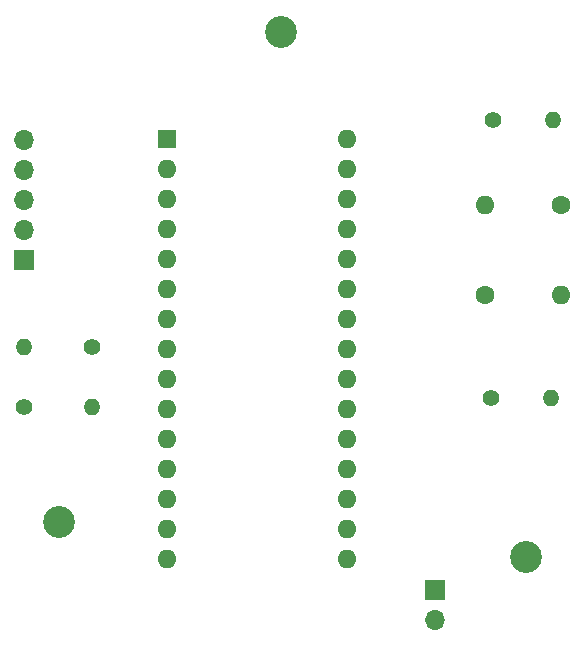
<source format=gbr>
%TF.GenerationSoftware,KiCad,Pcbnew,9.0.0*%
%TF.CreationDate,2025-03-11T22:59:59-03:00*%
%TF.ProjectId,TransmitterPCB,5472616e-736d-4697-9474-65725043422e,rev?*%
%TF.SameCoordinates,Original*%
%TF.FileFunction,Soldermask,Bot*%
%TF.FilePolarity,Negative*%
%FSLAX46Y46*%
G04 Gerber Fmt 4.6, Leading zero omitted, Abs format (unit mm)*
G04 Created by KiCad (PCBNEW 9.0.0) date 2025-03-11 22:59:59*
%MOMM*%
%LPD*%
G01*
G04 APERTURE LIST*
%ADD10C,2.700000*%
%ADD11C,1.600000*%
%ADD12O,1.600000X1.600000*%
%ADD13C,1.400000*%
%ADD14O,1.400000X1.400000*%
%ADD15R,1.700000X1.700000*%
%ADD16O,1.700000X1.700000*%
%ADD17R,1.600000X1.600000*%
G04 APERTURE END LIST*
D10*
%TO.C,H3*%
X143000000Y-61750000D03*
%TD*%
%TO.C,H2*%
X163750000Y-106250000D03*
%TD*%
%TO.C,H1*%
X124250000Y-103250000D03*
%TD*%
D11*
%TO.C,R3*%
X160250000Y-84040000D03*
D12*
X160250000Y-76420000D03*
%TD*%
D11*
%TO.C,R2*%
X166750000Y-76420000D03*
D12*
X166750000Y-84040000D03*
%TD*%
D13*
%TO.C,R1*%
X127000000Y-88500000D03*
D14*
X127000000Y-93580000D03*
%TD*%
D13*
%TO.C,L1*%
X160750000Y-92750000D03*
D14*
X165830000Y-92750000D03*
%TD*%
D13*
%TO.C,J3*%
X161000000Y-69250000D03*
D14*
X166080000Y-69250000D03*
%TD*%
D15*
%TO.C,J2*%
X121250000Y-81120000D03*
D16*
X121250000Y-78580000D03*
X121250000Y-76040000D03*
X121250000Y-73500000D03*
X121250000Y-70960000D03*
%TD*%
D15*
%TO.C,J1*%
X156025000Y-109000000D03*
D16*
X156025000Y-111540000D03*
%TD*%
D13*
%TO.C,C1*%
X121275000Y-93580000D03*
D14*
X121275000Y-88500000D03*
%TD*%
D17*
%TO.C,A1*%
X133400000Y-70820000D03*
D12*
X133400000Y-73360000D03*
X133400000Y-75900000D03*
X133400000Y-78440000D03*
X133400000Y-80980000D03*
X133400000Y-83520000D03*
X133400000Y-86060000D03*
X133400000Y-88600000D03*
X133400000Y-91140000D03*
X133400000Y-93680000D03*
X133400000Y-96220000D03*
X133400000Y-98760000D03*
X133400000Y-101300000D03*
X133400000Y-103840000D03*
X133400000Y-106380000D03*
X148640000Y-106380000D03*
X148640000Y-103840000D03*
X148640000Y-101300000D03*
X148640000Y-98760000D03*
X148640000Y-96220000D03*
X148640000Y-93680000D03*
X148640000Y-91140000D03*
X148640000Y-88600000D03*
X148640000Y-86060000D03*
X148640000Y-83520000D03*
X148640000Y-80980000D03*
X148640000Y-78440000D03*
X148640000Y-75900000D03*
X148640000Y-73360000D03*
X148640000Y-70820000D03*
%TD*%
M02*

</source>
